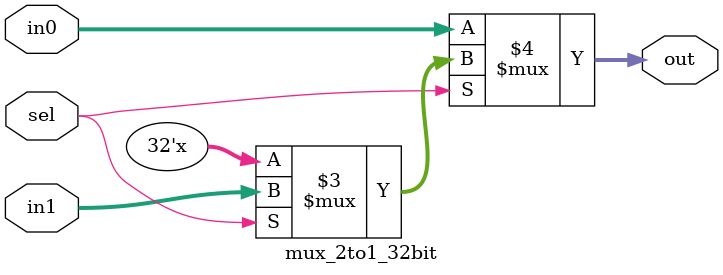
<source format=v>
module mux_2to1_32bit(in0, in1, sel, out);
	input [31:0] in0, in1;
	input sel;
	output [31:0] out;
	assign out = sel == 1'b0 ? in0 :
		     sel == 1'b1 ? in1 : 32'bx;
endmodule
</source>
